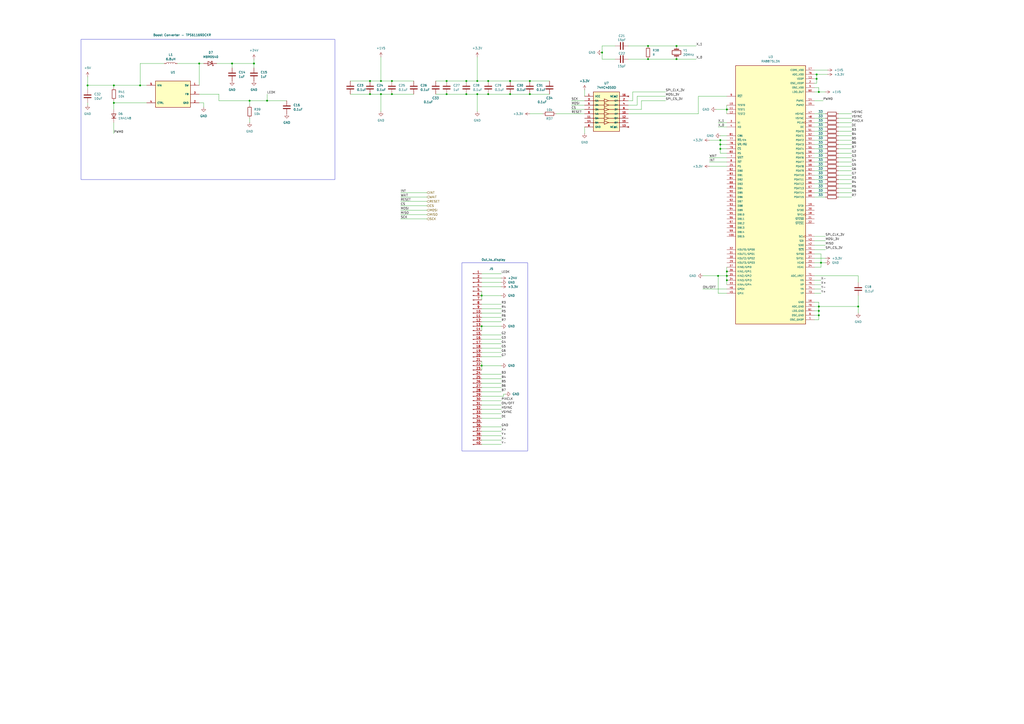
<source format=kicad_sch>
(kicad_sch (version 20250114) (generator "eeschema") (generator_version "9.0")
  (paper "A2")
  (rectangle (start 267.97 152.4) (end 306.07 261.62))
  (rectangle (start 46.99 22.86) (end 194.31 104.14))
  (junction (at 81.28 49.53))
  (junction (at 295.91 54.61))
  (junction (at 134.62 36.83))
  (junction (at 421.64 162.56))
  (junction (at 375.92 26.67))
  (junction (at 283.21 54.61))
  (junction (at 279.4 189.23))
  (junction (at 279.4 212.09))
  (junction (at 283.21 46.99))
  (junction (at 307.34 54.61))
  (junction (at 474.98 182.88))
  (junction (at 473.71 43.18))
  (junction (at 144.78 58.42))
  (junction (at 50.8 49.53))
  (junction (at 220.98 46.99))
  (junction (at 259.08 54.61))
  (junction (at 279.4 171.45))
  (junction (at 307.34 46.99))
  (junction (at 497.84 177.8))
  (junction (at 66.04 59.69))
  (junction (at 276.86 46.99))
  (junction (at 154.94 58.42))
  (junction (at 276.86 54.61))
  (junction (at 295.91 46.99))
  (junction (at 474.98 53.34))
  (junction (at 417.83 81.28))
  (junction (at 474.98 177.8))
  (junction (at 349.25 30.48))
  (junction (at 421.64 63.5))
  (junction (at 214.63 46.99))
  (junction (at 147.32 36.83))
  (junction (at 392.43 26.67))
  (junction (at 227.33 46.99))
  (junction (at 421.64 160.02))
  (junction (at 270.51 46.99))
  (junction (at 417.83 83.82))
  (junction (at 220.98 54.61))
  (junction (at 375.92 34.29))
  (junction (at 417.83 86.36))
  (junction (at 474.98 180.34))
  (junction (at 214.63 54.61))
  (junction (at 392.43 34.29))
  (junction (at 421.64 157.48))
  (junction (at 66.04 49.53))
  (junction (at 259.08 46.99))
  (junction (at 227.33 54.61))
  (junction (at 115.57 36.83))
  (junction (at 476.25 152.4))
  (junction (at 416.56 160.02))
  (junction (at 270.51 54.61))
  (junction (at 473.71 45.72))
  (wire (pts (xy 497.84 160.02) (xy 497.84 163.83)))
  (wire (pts (xy 127 58.42) (xy 144.78 58.42)))
  (wire (pts (xy 486.41 71.12) (xy 494.03 71.12)))
  (wire (pts (xy 472.44 101.6) (xy 478.79 101.6)))
  (wire (pts (xy 486.41 111.76) (xy 494.03 111.76)))
  (wire (pts (xy 279.4 257.81) (xy 290.83 257.81)))
  (wire (pts (xy 416.56 160.02) (xy 407.67 160.02)))
  (wire (pts (xy 364.49 63.5) (xy 372.11 63.5)))
  (wire (pts (xy 270.51 54.61) (xy 276.86 54.61)))
  (wire (pts (xy 259.08 46.99) (xy 270.51 46.99)))
  (wire (pts (xy 472.44 137.16) (xy 478.79 137.16)))
  (wire (pts (xy 364.49 34.29) (xy 375.92 34.29)))
  (wire (pts (xy 472.44 111.76) (xy 478.79 111.76)))
  (wire (pts (xy 405.13 66.04) (xy 405.13 55.88)))
  (wire (pts (xy 472.44 68.58) (xy 478.79 68.58)))
  (wire (pts (xy 386.08 53.34) (xy 367.03 53.34)))
  (wire (pts (xy 416.56 170.18) (xy 416.56 160.02)))
  (wire (pts (xy 147.32 36.83) (xy 147.32 39.37)))
  (wire (pts (xy 472.44 53.34) (xy 474.98 53.34)))
  (wire (pts (xy 421.64 83.82) (xy 417.83 83.82)))
  (wire (pts (xy 473.71 43.18) (xy 480.06 43.18)))
  (wire (pts (xy 472.44 66.04) (xy 478.79 66.04)))
  (wire (pts (xy 486.41 96.52) (xy 494.03 96.52)))
  (wire (pts (xy 472.44 91.44) (xy 478.79 91.44)))
  (wire (pts (xy 474.98 185.42) (xy 474.98 182.88)))
  (wire (pts (xy 472.44 149.86) (xy 478.79 149.86)))
  (wire (pts (xy 279.4 212.09) (xy 290.83 212.09)))
  (wire (pts (xy 472.44 81.28) (xy 478.79 81.28)))
  (wire (pts (xy 279.4 179.07) (xy 290.83 179.07)))
  (wire (pts (xy 50.8 59.69) (xy 50.8 60.96)))
  (wire (pts (xy 356.87 26.67) (xy 349.25 26.67)))
  (wire (pts (xy 279.4 237.49) (xy 290.83 237.49)))
  (wire (pts (xy 411.48 91.44) (xy 421.64 91.44)))
  (wire (pts (xy 279.4 250.19) (xy 290.83 250.19)))
  (wire (pts (xy 472.44 106.68) (xy 478.79 106.68)))
  (wire (pts (xy 472.44 78.74) (xy 478.79 78.74)))
  (wire (pts (xy 369.57 55.88) (xy 386.08 55.88)))
  (wire (pts (xy 81.28 49.53) (xy 85.09 49.53)))
  (wire (pts (xy 276.86 33.02) (xy 276.86 46.99)))
  (wire (pts (xy 66.04 49.53) (xy 81.28 49.53)))
  (wire (pts (xy 472.44 73.66) (xy 478.79 73.66)))
  (wire (pts (xy 375.92 34.29) (xy 392.43 34.29)))
  (wire (pts (xy 102.87 36.83) (xy 115.57 36.83)))
  (wire (pts (xy 421.64 157.48) (xy 421.64 160.02)))
  (wire (pts (xy 486.41 101.6) (xy 494.03 101.6)))
  (wire (pts (xy 472.44 104.14) (xy 478.79 104.14)))
  (wire (pts (xy 476.25 147.32) (xy 476.25 152.4)))
  (wire (pts (xy 203.2 54.61) (xy 214.63 54.61)))
  (wire (pts (xy 486.41 66.04) (xy 494.03 66.04)))
  (wire (pts (xy 497.84 177.8) (xy 497.84 181.61)))
  (wire (pts (xy 486.41 83.82) (xy 494.03 83.82)))
  (wire (pts (xy 232.41 124.46) (xy 247.65 124.46)))
  (wire (pts (xy 279.4 171.45) (xy 279.4 173.99)))
  (wire (pts (xy 154.94 54.61) (xy 154.94 58.42)))
  (wire (pts (xy 279.4 219.71) (xy 290.83 219.71)))
  (wire (pts (xy 416.56 71.12) (xy 421.64 71.12)))
  (wire (pts (xy 497.84 177.8) (xy 497.84 171.45)))
  (wire (pts (xy 279.4 168.91) (xy 279.4 171.45)))
  (wire (pts (xy 472.44 152.4) (xy 476.25 152.4)))
  (wire (pts (xy 227.33 46.99) (xy 240.03 46.99)))
  (wire (pts (xy 276.86 54.61) (xy 283.21 54.61)))
  (wire (pts (xy 472.44 182.88) (xy 474.98 182.88)))
  (wire (pts (xy 415.29 63.5) (xy 421.64 63.5)))
  (wire (pts (xy 66.04 59.69) (xy 66.04 58.42)))
  (wire (pts (xy 486.41 99.06) (xy 494.03 99.06)))
  (wire (pts (xy 279.4 252.73) (xy 290.83 252.73)))
  (wire (pts (xy 279.4 181.61) (xy 290.83 181.61)))
  (wire (pts (xy 279.4 176.53) (xy 290.83 176.53)))
  (wire (pts (xy 472.44 175.26) (xy 474.98 175.26)))
  (wire (pts (xy 276.86 54.61) (xy 276.86 64.77)))
  (wire (pts (xy 307.34 46.99) (xy 318.77 46.99)))
  (wire (pts (xy 417.83 83.82) (xy 417.83 81.28)))
  (wire (pts (xy 472.44 167.64) (xy 476.25 167.64)))
  (wire (pts (xy 372.11 58.42) (xy 386.08 58.42)))
  (wire (pts (xy 81.28 36.83) (xy 81.28 49.53)))
  (wire (pts (xy 279.4 186.69) (xy 290.83 186.69)))
  (wire (pts (xy 472.44 83.82) (xy 478.79 83.82)))
  (wire (pts (xy 421.64 170.18) (xy 416.56 170.18)))
  (wire (pts (xy 279.4 217.17) (xy 290.83 217.17)))
  (wire (pts (xy 279.4 166.37) (xy 290.83 166.37)))
  (wire (pts (xy 392.43 34.29) (xy 403.86 34.29)))
  (wire (pts (xy 220.98 54.61) (xy 220.98 64.77)))
  (wire (pts (xy 276.86 46.99) (xy 283.21 46.99)))
  (wire (pts (xy 279.4 201.93) (xy 290.83 201.93)))
  (wire (pts (xy 472.44 99.06) (xy 478.79 99.06)))
  (wire (pts (xy 473.71 45.72) (xy 473.71 43.18)))
  (wire (pts (xy 472.44 43.18) (xy 473.71 43.18)))
  (wire (pts (xy 472.44 48.26) (xy 473.71 48.26)))
  (wire (pts (xy 472.44 50.8) (xy 474.98 50.8)))
  (wire (pts (xy 220.98 46.99) (xy 227.33 46.99)))
  (wire (pts (xy 127 54.61) (xy 127 58.42)))
  (wire (pts (xy 252.73 54.61) (xy 259.08 54.61)))
  (wire (pts (xy 474.98 177.8) (xy 497.84 177.8)))
  (wire (pts (xy 486.41 88.9) (xy 494.03 88.9)))
  (wire (pts (xy 279.4 207.01) (xy 290.83 207.01)))
  (wire (pts (xy 50.8 44.45) (xy 50.8 49.53)))
  (wire (pts (xy 472.44 40.64) (xy 480.06 40.64)))
  (wire (pts (xy 474.98 175.26) (xy 474.98 177.8)))
  (wire (pts (xy 474.98 180.34) (xy 474.98 177.8)))
  (wire (pts (xy 270.51 46.99) (xy 276.86 46.99)))
  (wire (pts (xy 486.41 73.66) (xy 494.03 73.66)))
  (wire (pts (xy 134.62 36.83) (xy 147.32 36.83)))
  (wire (pts (xy 292.1 229.87) (xy 279.4 229.87)))
  (wire (pts (xy 369.57 60.96) (xy 369.57 55.88)))
  (wire (pts (xy 486.41 81.28) (xy 494.03 81.28)))
  (wire (pts (xy 486.41 91.44) (xy 494.03 91.44)))
  (wire (pts (xy 486.41 76.2) (xy 494.03 76.2)))
  (wire (pts (xy 392.43 26.67) (xy 403.86 26.67)))
  (wire (pts (xy 66.04 50.8) (xy 66.04 49.53)))
  (wire (pts (xy 349.25 34.29) (xy 349.25 30.48)))
  (wire (pts (xy 279.4 232.41) (xy 290.83 232.41)))
  (wire (pts (xy 279.4 161.29) (xy 290.83 161.29)))
  (wire (pts (xy 279.4 163.83) (xy 290.83 163.83)))
  (wire (pts (xy 486.41 109.22) (xy 494.03 109.22)))
  (wire (pts (xy 279.4 242.57) (xy 290.83 242.57)))
  (wire (pts (xy 486.41 78.74) (xy 494.03 78.74)))
  (wire (pts (xy 472.44 142.24) (xy 478.79 142.24)))
  (wire (pts (xy 214.63 46.99) (xy 220.98 46.99)))
  (wire (pts (xy 279.4 171.45) (xy 290.83 171.45)))
  (wire (pts (xy 279.4 204.47) (xy 290.83 204.47)))
  (wire (pts (xy 486.41 68.58) (xy 494.03 68.58)))
  (wire (pts (xy 144.78 58.42) (xy 144.78 60.96)))
  (wire (pts (xy 295.91 46.99) (xy 307.34 46.99)))
  (wire (pts (xy 66.04 71.12) (xy 66.04 77.47)))
  (wire (pts (xy 66.04 59.69) (xy 85.09 59.69)))
  (wire (pts (xy 472.44 177.8) (xy 474.98 177.8)))
  (wire (pts (xy 307.34 66.04) (xy 314.96 66.04)))
  (wire (pts (xy 115.57 36.83) (xy 115.57 49.53)))
  (wire (pts (xy 411.48 81.28) (xy 417.83 81.28)))
  (wire (pts (xy 147.32 34.29) (xy 147.32 36.83)))
  (wire (pts (xy 259.08 54.61) (xy 270.51 54.61)))
  (wire (pts (xy 472.44 162.56) (xy 476.25 162.56)))
  (wire (pts (xy 472.44 58.42) (xy 477.52 58.42)))
  (wire (pts (xy 472.44 114.3) (xy 478.79 114.3)))
  (wire (pts (xy 421.64 162.56) (xy 421.64 165.1)))
  (wire (pts (xy 405.13 55.88) (xy 421.64 55.88)))
  (wire (pts (xy 472.44 160.02) (xy 497.84 160.02)))
  (wire (pts (xy 474.98 53.34) (xy 478.79 53.34)))
  (wire (pts (xy 416.56 160.02) (xy 421.64 160.02)))
  (wire (pts (xy 279.4 196.85) (xy 290.83 196.85)))
  (wire (pts (xy 472.44 45.72) (xy 473.71 45.72)))
  (wire (pts (xy 421.64 60.96) (xy 421.64 63.5)))
  (wire (pts (xy 474.98 50.8) (xy 474.98 53.34)))
  (wire (pts (xy 279.4 189.23) (xy 290.83 189.23)))
  (wire (pts (xy 279.4 224.79) (xy 290.83 224.79)))
  (wire (pts (xy 421.64 160.02) (xy 421.64 162.56)))
  (wire (pts (xy 279.4 184.15) (xy 290.83 184.15)))
  (wire (pts (xy 417.83 88.9) (xy 417.83 86.36)))
  (wire (pts (xy 411.48 96.52) (xy 421.64 96.52)))
  (wire (pts (xy 472.44 86.36) (xy 478.79 86.36)))
  (wire (pts (xy 421.64 154.94) (xy 421.64 157.48)))
  (wire (pts (xy 279.4 189.23) (xy 279.4 191.77)))
  (wire (pts (xy 472.44 170.18) (xy 476.25 170.18)))
  (wire (pts (xy 476.25 154.94) (xy 476.25 152.4)))
  (wire (pts (xy 203.2 46.99) (xy 214.63 46.99)))
  (wire (pts (xy 232.41 116.84) (xy 247.65 116.84)))
  (wire (pts (xy 227.33 54.61) (xy 240.03 54.61)))
  (wire (pts (xy 279.4 227.33) (xy 290.83 227.33)))
  (wire (pts (xy 115.57 59.69) (xy 118.11 59.69)))
  (wire (pts (xy 474.98 182.88) (xy 474.98 180.34)))
  (wire (pts (xy 472.44 93.98) (xy 478.79 93.98)))
  (wire (pts (xy 486.41 104.14) (xy 494.03 104.14)))
  (wire (pts (xy 364.49 60.96) (xy 369.57 60.96)))
  (wire (pts (xy 50.8 49.53) (xy 50.8 52.07)))
  (wire (pts (xy 134.62 36.83) (xy 134.62 39.37)))
  (wire (pts (xy 295.91 54.61) (xy 307.34 54.61)))
  (wire (pts (xy 279.4 247.65) (xy 290.83 247.65)))
  (wire (pts (xy 486.41 86.36) (xy 494.03 86.36)))
  (wire (pts (xy 232.41 121.92) (xy 247.65 121.92)))
  (wire (pts (xy 220.98 54.61) (xy 227.33 54.61)))
  (wire (pts (xy 472.44 88.9) (xy 478.79 88.9)))
  (wire (pts (xy 292.1 228.6) (xy 292.1 229.87)))
  (wire (pts (xy 472.44 185.42) (xy 474.98 185.42)))
  (wire (pts (xy 144.78 68.58) (xy 144.78 71.12)))
  (wire (pts (xy 364.49 26.67) (xy 375.92 26.67)))
  (wire (pts (xy 472.44 96.52) (xy 478.79 96.52)))
  (wire (pts (xy 407.67 167.64) (xy 421.64 167.64)))
  (wire (pts (xy 144.78 58.42) (xy 154.94 58.42)))
  (wire (pts (xy 372.11 63.5) (xy 372.11 58.42)))
  (wire (pts (xy 476.25 152.4) (xy 478.79 152.4)))
  (wire (pts (xy 331.47 63.5) (xy 339.09 63.5)))
  (wire (pts (xy 279.4 234.95) (xy 290.83 234.95)))
  (wire (pts (xy 232.41 127) (xy 247.65 127)))
  (wire (pts (xy 118.11 59.69) (xy 118.11 62.23)))
  (wire (pts (xy 279.4 255.27) (xy 290.83 255.27)))
  (wire (pts (xy 417.83 81.28) (xy 421.64 81.28)))
  (wire (pts (xy 283.21 54.61) (xy 295.91 54.61)))
  (wire (pts (xy 356.87 34.29) (xy 349.25 34.29)))
  (wire (pts (xy 473.71 48.26) (xy 473.71 45.72)))
  (wire (pts (xy 472.44 139.7) (xy 478.79 139.7)))
  (wire (pts (xy 115.57 36.83) (xy 118.11 36.83)))
  (wire (pts (xy 375.92 26.67) (xy 392.43 26.67)))
  (wire (pts (xy 472.44 165.1) (xy 476.25 165.1)))
  (wire (pts (xy 486.41 114.3) (xy 494.03 114.3)))
  (wire (pts (xy 472.44 109.22) (xy 478.79 109.22)))
  (wire (pts (xy 232.41 114.3) (xy 247.65 114.3)))
  (wire (pts (xy 279.4 212.09) (xy 279.4 214.63)))
  (wire (pts (xy 472.44 144.78) (xy 478.79 144.78)))
  (wire (pts (xy 339.09 52.07) (xy 339.09 55.88)))
  (wire (pts (xy 292.1 228.6) (xy 293.37 228.6)))
  (wire (pts (xy 307.34 54.61) (xy 318.77 54.61)))
  (wire (pts (xy 66.04 59.69) (xy 66.04 63.5)))
  (wire (pts (xy 472.44 154.94) (xy 476.25 154.94)))
  (wire (pts (xy 214.63 54.61) (xy 220.98 54.61)))
  (wire (pts (xy 417.83 78.74) (xy 421.64 78.74)))
  (wire (pts (xy 279.4 158.75) (xy 290.83 158.75)))
  (wire (pts (xy 417.83 86.36) (xy 417.83 83.82)))
  (wire (pts (xy 367.03 53.34) (xy 367.03 58.42)))
  (wire (pts (xy 486.41 106.68) (xy 494.03 106.68)))
  (wire (pts (xy 115.57 54.61) (xy 127 54.61)))
  (wire (pts (xy 279.4 199.39) (xy 290.83 199.39)))
  (wire (pts (xy 486.41 93.98) (xy 494.03 93.98)))
  (wire (pts (xy 81.28 36.83) (xy 95.25 36.83)))
  (wire (pts (xy 279.4 222.25) (xy 290.83 222.25)))
  (wire (pts (xy 416.56 73.66) (xy 421.64 73.66)))
  (wire (pts (xy 364.49 66.04) (xy 405.13 66.04)))
  (wire (pts (xy 252.73 46.99) (xy 259.08 46.99)))
  (wire (pts (xy 125.73 36.83) (xy 134.62 36.83)))
  (wire (pts (xy 421.64 88.9) (xy 417.83 88.9)))
  (wire (pts (xy 472.44 147.32) (xy 476.25 147.32)))
  (wire (pts (xy 421.64 63.5) (xy 421.64 66.04)))
  (wire (pts (xy 50.8 49.53) (xy 66.04 49.53)))
  (wire (pts (xy 421.64 86.36) (xy 417.83 86.36)))
  (wire (pts (xy 349.25 26.67) (xy 349.25 30.48)))
  (wire (pts (xy 339.09 73.66) (xy 339.09 77.47)))
  (wire (pts (xy 220.98 33.02) (xy 220.98 46.99)))
  (wire (pts (xy 331.47 60.96) (xy 339.09 60.96)))
  (wire (pts (xy 279.4 240.03) (xy 290.83 240.03)))
  (wire (pts (xy 232.41 119.38) (xy 247.65 119.38)))
  (wire (pts (xy 232.41 111.76) (xy 247.65 111.76)))
  (wire (pts (xy 283.21 46.99) (xy 295.91 46.99)))
  (wire (pts (xy 331.47 58.42) (xy 339.09 58.42)))
  (wire (pts (xy 472.44 180.34) (xy 474.98 180.34)))
  (wire (pts (xy 154.94 58.42) (xy 166.37 58.42)))
  (wire (pts (xy 279.4 209.55) (xy 279.4 212.09)))
  (wire (pts (xy 279.4 194.31) (xy 290.83 194.31)))
  (wire (pts (xy 411.48 93.98) (xy 421.64 93.98)))
  (wire (pts (xy 367.03 58.42) (xy 364.49 58.42)))
  (wire (pts (xy 472.44 76.2) (xy 478.79 76.2)))
  (wire (pts (xy 322.58 66.04) (xy 339.09 66.04)))
  (wire (pts (xy 472.44 71.12) (xy 478.79 71.12)))
  (label "B3" (at 290.83 217.17 0))
  (label "B3" (at 494.03 76.2 0))
  (label "HSYNC" (at 494.03 66.04 0))
  (label "MOSI" (at 331.47 60.96 0))
  (label "B6" (at 494.03 83.82 0))
  (label "R6" (at 290.83 184.15 0))
  (label "X+" (at 290.83 250.19 0))
  (label "ON{slash}OFF" (at 290.83 234.95 0))
  (label "R6" (at 494.03 111.76 0))
  (label "X_0" (at 403.86 34.29 0))
  (label "Y-" (at 476.25 167.64 0))
  (label "X_1" (at 416.56 71.12 0))
  (label "G7" (at 494.03 101.6 0))
  (label "DE" (at 494.03 73.66 0))
  (label "SPI_CLK_3V" (at 478.79 137.16 0))
  (label "HSYNC" (at 290.83 237.49 0))
  (label "MOSI_3V" (at 386.08 55.88 0))
  (label "G7" (at 290.83 207.01 0))
  (label "Y+" (at 476.25 170.18 0))
  (label "CS" (at 331.47 63.5 0))
  (label "PIXCLK" (at 290.83 232.41 0))
  (label "X_0" (at 416.56 73.66 0))
  (label "ON{slash}OFF" (at 407.67 167.64 0))
  (label "GND" (at 290.83 247.65 0))
  (label "MISO" (at 232.41 124.46 0))
  (label "R3" (at 494.03 104.14 0))
  (label "WAIT" (at 232.41 114.3 0))
  (label "MISO" (at 478.79 142.24 0))
  (label "SPI_CS_3V" (at 386.08 58.42 0))
  (label "PIXCLK" (at 494.03 71.12 0))
  (label "WAIT" (at 411.48 91.44 0))
  (label "G4" (at 290.83 199.39 0))
  (label "SCK" (at 232.41 127 0))
  (label "G6" (at 290.83 204.47 0))
  (label "B5" (at 494.03 81.28 0))
  (label "PWM0" (at 66.04 77.47 0))
  (label "VSYNC" (at 494.03 68.58 0))
  (label "R3" (at 290.83 176.53 0))
  (label "RESET" (at 232.41 116.84 0))
  (label "R7" (at 494.03 114.3 0))
  (label "Y+" (at 290.83 252.73 0))
  (label "X-" (at 476.25 162.56 0))
  (label "R4" (at 290.83 179.07 0))
  (label "INT" (at 411.48 93.98 0))
  (label "INT" (at 232.41 111.76 0))
  (label "MOSI_3V" (at 478.79 139.7 0))
  (label "G3" (at 494.03 91.44 0))
  (label "SCK" (at 331.47 58.42 0))
  (label "X+" (at 476.25 165.1 0))
  (label "R7" (at 290.83 186.69 0))
  (label "MOSI" (at 232.41 121.92 0))
  (label "B6" (at 290.83 224.79 0))
  (label "DE" (at 290.83 242.57 0))
  (label "SPI_CLK_3V" (at 386.08 53.34 0))
  (label "R5" (at 290.83 181.61 0))
  (label "X_1" (at 403.86 26.67 0))
  (label "VSYNC" (at 290.83 240.03 0))
  (label "B4" (at 494.03 78.74 0))
  (label "R5" (at 494.03 109.22 0))
  (label "G5" (at 290.83 201.93 0))
  (label "LEDK" (at 290.83 158.75 0))
  (label "B7" (at 494.03 86.36 0))
  (label "G2" (at 290.83 194.31 0))
  (label "G4" (at 494.03 93.98 0))
  (label "R4" (at 494.03 106.68 0))
  (label "PWM0" (at 477.52 58.42 0))
  (label "G6" (at 494.03 99.06 0))
  (label "G3" (at 290.83 196.85 0))
  (label "G5" (at 494.03 96.52 0))
  (label "G2" (at 494.03 88.9 0))
  (label "B5" (at 290.83 222.25 0))
  (label "X-" (at 290.83 255.27 0))
  (label "B7" (at 290.83 227.33 0))
  (label "RESET" (at 331.47 66.04 0))
  (label "CS" (at 232.41 119.38 0))
  (label "B4" (at 290.83 219.71 0))
  (label "LEDK" (at 154.94 54.61 0))
  (label "SPI_CS_3V" (at 478.79 144.78 0))
  (label "Y-" (at 290.83 257.81 0))
  (hierarchical_label "INT" (shape input) (at 247.65 111.76 0))
  (hierarchical_label "MOSI" (shape input) (at 247.65 121.92 0))
  (hierarchical_label "MISO" (shape input) (at 247.65 124.46 0))
  (hierarchical_label "CS" (shape input) (at 247.65 119.38 0))
  (hierarchical_label "SCK" (shape input) (at 247.65 127 0))
  (hierarchical_label "RESET" (shape input) (at 247.65 116.84 0))
  (hierarchical_label "WAIT" (shape input) (at 247.65 114.3 0))
  (symbol (lib_id "power:GND") (at 50.8 60.96 0) (unit 1)
    (property "Reference" "#PWR0104" (effects (hide yes)))
    (property "Value" "GND" (at 50.8 66.04 0))
    (property "Description" "Power symbol creates a global label with name \"GND\" , ground" (effects (hide yes)))
  )
  (symbol (lib_id "Device:R") (at 482.6 76.2 90) (unit 1)
    (property "Reference" "R17" (effects (hide yes)))
    (property "Value" "33" (at 475.996 74.93 90))
    (property "Footprint" "Resistor_SMD:R_0402_1005Metric_Pad0.72x0.64mm_HandSolder" (effects (hide yes)))
    (property "Description" "Resistor" (effects (hide yes)))
  )
  (symbol (lib_id "power:GND") (at 144.78 71.12 0) (unit 1)
    (property "Reference" "#PWR036" (effects (hide yes)))
    (property "Value" "GND" (at 144.78 76.2 0))
    (property "Description" "Power symbol creates a global label with name \"GND\" , ground" (effects (hide yes)))
  )
  (symbol (lib_id "Device:R") (at 482.6 83.82 90) (unit 1)
    (property "Reference" "R19" (effects (hide yes)))
    (property "Value" "33" (at 475.996 82.55 90))
    (property "Footprint" "Resistor_SMD:R_0402_1005Metric_Pad0.72x0.64mm_HandSolder" (effects (hide yes)))
    (property "Description" "Resistor" (effects (hide yes)))
  )
  (symbol (lib_id "power:GND") (at 166.37 66.04 0) (unit 1)
    (property "Reference" "#PWR035" (effects (hide yes)))
    (property "Value" "GND" (at 166.37 71.12 0))
    (property "Description" "Power symbol creates a global label with name \"GND\" , ground" (effects (hide yes)))
  )
  (symbol (lib_id "Device:C") (at 166.37 62.23 0) (unit 1)
    (property "Reference" "C16" (at 170.18 60.9599 0) (effects (justify left)))
    (property "Value" "0.1uF" (at 170.18 63.4999 0) (effects (justify left)))
    (property "Footprint" "Capacitor_SMD:C_0805_2012Metric" (effects (hide yes)))
    (property "Description" "Unpolarized capacitor" (effects (hide yes)))
  )
  (symbol (lib_id "Device:R") (at 482.6 68.58 90) (unit 1)
    (property "Reference" "R34" (effects (hide yes)))
    (property "Value" "33" (at 475.996 67.31 90))
    (property "Footprint" "Resistor_SMD:R_0402_1005Metric_Pad0.72x0.64mm_HandSolder" (effects (hide yes)))
    (property "Description" "Resistor" (effects (hide yes)))
  )
  (symbol (lib_id "power:GND") (at 290.83 163.83 90) (unit 1)
    (property "Reference" "#PWR056" (effects (hide yes)))
    (property "Value" "GND" (at 294.64 163.8299 90) (effects (justify right)))
    (property "Description" "Power symbol creates a global label with name \"GND\" , ground" (effects (hide yes)))
  )
  (symbol (lib_id "Device:C") (at 318.77 50.8 0) (unit 1)
    (property "Reference" "C34" (at 316.738 56.896 0) (effects (justify left)))
    (property "Value" "0.1uF" (at 317.246 59.182 0) (effects (justify right)))
    (property "Footprint" "Capacitor_SMD:C_0805_2012Metric" (effects (hide yes)))
    (property "Description" "Unpolarized capacitor" (effects (hide yes)))
  )
  (symbol (lib_id "74HC4050D:74HC4050D") (at 351.79 64.77 0) (unit 1)
    (property "Reference" "U7" (at 351.79 48.26 0))
    (property "Value" "74HC4050D" (at 351.79 50.8 0))
    (property "Footprint" "74HC4050:SO16" (effects (hide yes)))
    (property "MF" "Toshiba" (effects (hide yes)))
    (property "Description_1" "Buffer, Non-Inverting 6 Element 1 Bit per Element - Output 16-SOIC" (effects (hide yes)))
    (property "Package" "SOIC-16 ON Semiconductor" (effects (hide yes)))
    (property "Price" "None" (effects (hide yes)))
    (property "SnapEDA_Link" "https://www.snapeda.com/parts/74HC4050D/Toshiba/view-part/?ref=snap" (effects (hide yes)))
    (property "MP" "74HC4050D" (effects (hide yes)))
    (property "Availability" "In Stock" (effects (hide yes)))
    (property "Check_prices" "https://www.snapeda.com/parts/74HC4050D/Toshiba/view-part/?ref=eda" (effects (hide yes)))
  )
  (symbol (lib_id "Device:C") (at 240.03 50.8 0) (unit 1)
    (property "Reference" "C26" (at 243.84 49.5299 0) (effects (justify left)))
    (property "Value" "0.1uF" (at 243.84 52.0699 0) (effects (justify left)))
    (property "Footprint" "Capacitor_SMD:C_0805_2012Metric" (effects (hide yes)))
    (property "Description" "Unpolarized capacitor" (effects (hide yes)))
  )
  (symbol (lib_id "Device:R") (at 482.6 73.66 90) (unit 1)
    (property "Reference" "R36" (effects (hide yes)))
    (property "Value" "33" (at 475.996 72.39 90))
    (property "Footprint" "Resistor_SMD:R_0402_1005Metric_Pad0.72x0.64mm_HandSolder" (effects (hide yes)))
    (property "Description" "Resistor" (effects (hide yes)))
  )
  (symbol (lib_id "Device:R") (at 482.6 88.9 90) (unit 1)
    (property "Reference" "R22" (effects (hide yes)))
    (property "Value" "33" (at 475.996 87.63 90))
    (property "Footprint" "Resistor_SMD:R_0402_1005Metric_Pad0.72x0.64mm_HandSolder" (effects (hide yes)))
    (property "Description" "Resistor" (effects (hide yes)))
  )
  (symbol (lib_id "power:GND") (at 478.79 152.4 90) (unit 1)
    (property "Reference" "#PWR047" (effects (hide yes)))
    (property "Value" "GND" (at 482.6 152.3999 90) (effects (justify right)))
    (property "Description" "Power symbol creates a global label with name \"GND\" , ground" (effects (hide yes)))
  )
  (symbol (lib_id "power:+3.3V") (at 290.83 166.37 270) (unit 1)
    (property "Reference" "#PWR057" (effects (hide yes)))
    (property "Value" "+3.3V" (at 294.64 166.3699 90) (effects (justify left)))
    (property "Description" "Power symbol creates a global label with name \"+3.3V\"" (effects (hide yes)))
  )
  (symbol (lib_id "Device:C") (at 214.63 50.8 0) (unit 1)
    (property "Reference" "C24" (at 218.44 49.5299 0) (effects (justify left)))
    (property "Value" "0.1uF" (at 218.44 52.0699 0) (effects (justify left)))
    (property "Footprint" "Capacitor_SMD:C_0805_2012Metric" (effects (hide yes)))
    (property "Description" "Unpolarized capacitor" (effects (hide yes)))
  )
  (symbol (lib_id "power:GND") (at 339.09 77.47 0) (unit 1)
    (property "Reference" "#PWR045" (effects (hide yes)))
    (property "Value" "GND" (at 339.09 82.55 0))
    (property "Description" "Power symbol creates a global label with name \"GND\" , ground" (effects (hide yes)))
  )
  (symbol (lib_id "Device:C") (at 147.32 43.18 0) (unit 1)
    (property "Reference" "C15" (at 151.13 41.9099 0) (effects (justify left)))
    (property "Value" "1uF" (at 151.13 44.4499 0) (effects (justify left)))
    (property "Footprint" "Capacitor_SMD:C_0805_2012Metric" (effects (hide yes)))
    (property "Description" "Unpolarized capacitor" (effects (hide yes)))
  )
  (symbol (lib_id "power:+3.3V") (at 478.79 149.86 270) (unit 1)
    (property "Reference" "#PWR048" (effects (hide yes)))
    (property "Value" "+3.3V" (at 482.6 149.8599 90) (effects (justify left)))
    (property "Description" "Power symbol creates a global label with name \"+3.3V\"" (effects (hide yes)))
  )
  (symbol (lib_id "Device:R") (at 482.6 71.12 90) (unit 1)
    (property "Reference" "R35" (effects (hide yes)))
    (property "Value" "33" (at 475.996 69.85 90))
    (property "Footprint" "Resistor_SMD:R_0402_1005Metric_Pad0.72x0.64mm_HandSolder" (effects (hide yes)))
    (property "Description" "Resistor" (effects (hide yes)))
  )
  (symbol (lib_id "Device:C") (at 497.84 167.64 0) (unit 1)
    (property "Reference" "C18" (at 501.65 166.3699 0) (effects (justify left)))
    (property "Value" "0.1uF" (at 501.65 168.9099 0) (effects (justify left)))
    (property "Footprint" "Capacitor_SMD:C_0805_2012Metric" (effects (hide yes)))
    (property "Description" "Unpolarized capacitor" (effects (hide yes)))
  )
  (symbol (lib_id "RA8875L3N:RA8875L3N") (at 447.04 114.3 0) (unit 1)
    (property "Reference" "U3" (at 447.04 33.02 0))
    (property "Value" "RA8875L3N" (at 447.04 35.56 0))
    (property "Footprint" "ra8875:RA8875" (effects (hide yes)))
    (property "E1_MIN" "13.9" (effects (hide yes)))
    (property "B_NOM" "0.2" (effects (hide yes)))
    (property "D1_NOM" "14.0" (effects (hide yes)))
    (property "E1_NOM" "14.0" (effects (hide yes)))
    (property "A_MAX" "1.6" (effects (hide yes)))
    (property "Check_prices" "https://www.snapeda.com/parts/RA8875L3N/Raio/view-part/?ref=eda" (effects (hide yes)))
    (property "B_MAX" "0.23" (effects (hide yes)))
    (property "Description_1" "Character/Graphic TFT LCD Controller" (effects (hide yes)))
    (property "Price" "None" (effects (hide yes)))
    (property "ENOM" "0.5" (effects (hide yes)))
    (property "D_NOM" "16.0" (effects (hide yes)))
    (property "D_MAX" "16.1" (effects (hide yes)))
    (property "L_MAX" "0.75" (effects (hide yes)))
    (property "D1_MAX" "14.1" (effects (hide yes)))
    (property "Package" "Package" (effects (hide yes)))
    (property "D1_MIN" "13.9" (effects (hide yes)))
    (property "E2_NOM" "0.0" (effects (hide yes)))
    (property "D2_NOM" "0.0" (effects (hide yes)))
    (property "PARTREV" "1.9" (effects (hide yes)))
    (property "SnapEDA_Link" "https://www.snapeda.com/parts/RA8875L3N/Raio/view-part/?ref=snap" (effects (hide yes)))
    (property "E_NOM" "16.0" (effects (hide yes)))
    (property "B_MIN" "0.17" (effects (hide yes)))
    (property "STANDARD" "IPC 7351B" (effects (hide yes)))
    (property "L_NOM" "0.6" (effects (hide yes)))
    (property "MANUFACTURER" "RAIO" (effects (hide yes)))
    (property "MF" "Raio" (effects (hide yes)))
    (property "A1_MIN" "0.05" (effects (hide yes)))
    (property "E1_MAX" "14.1" (effects (hide yes)))
    (property "PIN_COUNT_E" "25.0" (effects (hide yes)))
    (property "PIN_COUNT_D" "25.0" (effects (hide yes)))
    (property "E_MIN" "15.9" (effects (hide yes)))
    (property "D_MIN" "15.9" (effects (hide yes)))
    (property "MP" "RA8875L3N" (effects (hide yes)))
    (property "L_MIN" "0.45" (effects (hide yes)))
    (property "Availability" "Not in stock" (effects (hide yes)))
    (property "E_MAX" "16.1" (effects (hide yes)))
  )
  (symbol (lib_id "power:+3.3V") (at 411.48 81.28 90) (unit 1)
    (property "Reference" "#PWR050" (effects (hide yes)))
    (property "Value" "+3.3V" (at 407.67 81.2799 90) (effects (justify left)))
    (property "Description" "Power symbol creates a global label with name \"+3.3V\"" (effects (hide yes)))
  )
  (symbol (lib_id "power:+24V") (at 147.32 34.29 0) (unit 1)
    (property "Reference" "#PWR0106" (effects (hide yes)))
    (property "Value" "+24V" (at 147.32 29.21 0))
    (property "Description" "Power symbol creates a global label with name \"+24V\"" (effects (hide yes)))
  )
  (symbol (lib_id "power:+24V") (at 290.83 161.29 270) (unit 1)
    (property "Reference" "#PWR055" (effects (hide yes)))
    (property "Value" "+24V" (at 294.64 161.2899 90) (effects (justify left)))
    (property "Description" "Power symbol creates a global label with name \"+24V\"" (effects (hide yes)))
  )
  (symbol (lib_id "Connector:Conn_01x40_Pin") (at 274.32 207.01 0) (unit 1)
    (property "Reference" "J5" (at 284.988 155.956 0))
    (property "Value" "Out_to_display" (at 286.258 150.622 0))
    (property "Footprint" "Connector_FFC-FPC:Hirose_FH12-40S-0.5SH_1x40-1MP_P0.50mm_Horizontal" (effects (hide yes)))
    (property "Description" "Generic connector, single row, 01x40, script generated" (effects (hide yes)))
  )
  (symbol (lib_id "Device:C") (at 283.21 50.8 0) (unit 1)
    (property "Reference" "C29" (at 287.02 49.5299 0) (effects (justify left)))
    (property "Value" "0.1uF" (at 287.02 52.0699 0) (effects (justify left)))
    (property "Footprint" "Capacitor_SMD:C_0805_2012Metric" (effects (hide yes)))
    (property "Description" "Unpolarized capacitor" (effects (hide yes)))
  )
  (symbol (lib_id "Device:R") (at 482.6 81.28 90) (unit 1)
    (property "Reference" "R18" (effects (hide yes)))
    (property "Value" "33" (at 475.996 80.01 90))
    (property "Footprint" "Resistor_SMD:R_0402_1005Metric_Pad0.72x0.64mm_HandSolder" (effects (hide yes)))
    (property "Description" "Resistor" (effects (hide yes)))
  )
  (symbol (lib_id "Device:C") (at 203.2 50.8 0) (unit 1)
    (property "Reference" "C23" (at 207.01 49.5299 0) (effects (justify left)))
    (property "Value" "0.1uF" (at 207.01 52.0699 0) (effects (justify left)))
    (property "Footprint" "Capacitor_SMD:C_0805_2012Metric" (effects (hide yes)))
    (property "Description" "Unpolarized capacitor" (effects (hide yes)))
  )
  (symbol (lib_id "power:+3.3V") (at 339.09 52.07 0) (unit 1)
    (property "Reference" "#PWR046" (effects (hide yes)))
    (property "Value" "+3.3V" (at 339.09 46.99 0))
    (property "Description" "Power symbol creates a global label with name \"+3.3V\"" (effects (hide yes)))
  )
  (symbol (lib_id "power:GND") (at 417.83 78.74 270) (unit 1)
    (property "Reference" "#PWR052" (effects (hide yes)))
    (property "Value" "GND" (at 414.02 78.7399 90) (effects (justify right)))
    (property "Description" "Power symbol creates a global label with name \"GND\" , ground" (effects (hide yes)))
  )
  (symbol (lib_id "Device:R") (at 482.6 106.68 90) (unit 1)
    (property "Reference" "R29" (effects (hide yes)))
    (property "Value" "33" (at 475.996 105.41 90))
    (property "Footprint" "Resistor_SMD:R_0402_1005Metric_Pad0.72x0.64mm_HandSolder" (effects (hide yes)))
    (property "Description" "Resistor" (effects (hide yes)))
  )
  (symbol (lib_id "Device:C") (at 360.68 34.29 90) (unit 1)
    (property "Reference" "C22" (at 360.68 30.988 90))
    (property "Value" "15pF" (at 360.68 38.354 90))
    (property "Footprint" "Capacitor_SMD:C_0805_2012Metric" (effects (hide yes)))
    (property "Description" "Unpolarized capacitor" (effects (hide yes)))
  )
  (symbol (lib_id "Device:C") (at 134.62 43.18 0) (unit 1)
    (property "Reference" "C14" (at 138.43 41.9099 0) (effects (justify left)))
    (property "Value" "1uF" (at 138.43 44.4499 0) (effects (justify left)))
    (property "Footprint" "Capacitor_SMD:C_0805_2012Metric" (effects (hide yes)))
    (property "Description" "Unpolarized capacitor" (effects (hide yes)))
  )
  (symbol (lib_id "Device:R") (at 482.6 104.14 90) (unit 1)
    (property "Reference" "R28" (effects (hide yes)))
    (property "Value" "33" (at 475.996 102.87 90))
    (property "Footprint" "Resistor_SMD:R_0402_1005Metric_Pad0.72x0.64mm_HandSolder" (effects (hide yes)))
    (property "Description" "Resistor" (effects (hide yes)))
  )
  (symbol (lib_id "Device:C") (at 295.91 50.8 0) (unit 1)
    (property "Reference" "C30" (at 299.72 49.5299 0) (effects (justify left)))
    (property "Value" "0.1uF" (at 299.72 52.0699 0) (effects (justify left)))
    (property "Footprint" "Capacitor_SMD:C_0805_2012Metric" (effects (hide yes)))
    (property "Description" "Unpolarized capacitor" (effects (hide yes)))
  )
  (symbol (lib_id "power:+3.3V") (at 307.34 66.04 90) (unit 1)
    (property "Reference" "#PWR044" (effects (hide yes)))
    (property "Value" "+3.3V" (at 303.53 66.0399 90) (effects (justify left)))
    (property "Description" "Power symbol creates a global label with name \"+3.3V\"" (effects (hide yes)))
  )
  (symbol (lib_id "Device:C") (at 360.68 26.67 90) (unit 1)
    (property "Reference" "C21" (at 360.68 20.828 90))
    (property "Value" "15pF" (at 360.68 23.114 90))
    (property "Footprint" "Capacitor_SMD:C_0805_2012Metric" (effects (hide yes)))
    (property "Description" "Unpolarized capacitor" (effects (hide yes)))
  )
  (symbol (lib_id "Device:R") (at 318.77 66.04 270) (unit 1)
    (property "Reference" "R37" (at 318.77 68.834 90))
    (property "Value" "10k" (at 318.77 63.754 90))
    (property "Footprint" "Resistor_SMD:R_0805_2012Metric" (effects (hide yes)))
    (property "Description" "Resistor" (effects (hide yes)))
  )
  (symbol (lib_id "Device:R") (at 482.6 96.52 90) (unit 1)
    (property "Reference" "R25" (effects (hide yes)))
    (property "Value" "33" (at 475.996 95.25 90))
    (property "Footprint" "Resistor_SMD:R_0402_1005Metric_Pad0.72x0.64mm_HandSolder" (effects (hide yes)))
    (property "Description" "Resistor" (effects (hide yes)))
  )
  (symbol (lib_id "Device:R") (at 482.6 109.22 90) (unit 1)
    (property "Reference" "R30" (effects (hide yes)))
    (property "Value" "33" (at 475.996 107.95 90))
    (property "Footprint" "Resistor_SMD:R_0402_1005Metric_Pad0.72x0.64mm_HandSolder" (effects (hide yes)))
    (property "Description" "Resistor" (effects (hide yes)))
  )
  (symbol (lib_id "Device:C") (at 307.34 50.8 0) (unit 1)
    (property "Reference" "C31" (at 311.15 49.5299 0) (effects (justify left)))
    (property "Value" "0.1uF" (at 311.15 52.0699 0) (effects (justify left)))
    (property "Footprint" "Capacitor_SMD:C_0805_2012Metric" (effects (hide yes)))
    (property "Description" "Unpolarized capacitor" (effects (hide yes)))
  )
  (symbol (lib_id "Device:R") (at 482.6 86.36 90) (unit 1)
    (property "Reference" "R21" (effects (hide yes)))
    (property "Value" "33" (at 475.996 85.09 90))
    (property "Footprint" "Resistor_SMD:R_0402_1005Metric_Pad0.72x0.64mm_HandSolder" (effects (hide yes)))
    (property "Description" "Resistor" (effects (hide yes)))
  )
  (symbol (lib_id "power:GND") (at 415.29 63.5 270) (unit 1)
    (property "Reference" "#PWR043" (effects (hide yes)))
    (property "Value" "GND" (at 411.48 63.4999 90) (effects (justify right)))
    (property "Description" "Power symbol creates a global label with name \"GND\" , ground" (effects (hide yes)))
  )
  (symbol (lib_id "Device:R") (at 375.92 30.48 0) (unit 1)
    (property "Reference" "R38" (at 378.46 29.2099 0) (effects (justify left)))
    (property "Value" "R" (at 378.46 31.7499 0) (effects (justify left)))
    (property "Footprint" "Resistor_SMD:R_0805_2012Metric" (effects (hide yes)))
    (property "Description" "Resistor" (effects (hide yes)))
  )
  (symbol (lib_id "Device:R") (at 482.6 114.3 90) (unit 1)
    (property "Reference" "R32" (effects (hide yes)))
    (property "Value" "33" (at 475.996 113.03 90))
    (property "Footprint" "Resistor_SMD:R_0402_1005Metric_Pad0.72x0.64mm_HandSolder" (effects (hide yes)))
    (property "Description" "Resistor" (effects (hide yes)))
  )
  (symbol (lib_id "power:+3.3V") (at 276.86 33.02 0) (unit 1)
    (property "Reference" "#PWR062" (effects (hide yes)))
    (property "Value" "+3.3V" (at 276.86 27.94 0))
    (property "Description" "Power symbol creates a global label with name \"+3.3V\"" (effects (hide yes)))
  )
  (symbol (lib_id "Device:C") (at 259.08 50.8 0) (unit 1)
    (property "Reference" "C27" (at 262.89 49.5299 0) (effects (justify left)))
    (property "Value" "1uF" (at 262.89 52.0699 0) (effects (justify left)))
    (property "Footprint" "Capacitor_SMD:C_0805_2012Metric" (effects (hide yes)))
    (property "Description" "Unpolarized capacitor" (effects (hide yes)))
  )
  (symbol (lib_id "power:GND") (at 147.32 46.99 0) (unit 1)
    (property "Reference" "#PWR0107" (effects (hide yes)))
    (property "Value" "GND" (at 147.32 52.07 0))
    (property "Description" "Power symbol creates a global label with name \"GND\" , ground" (effects (hide yes)))
  )
  (symbol (lib_id "power:GND") (at 118.11 62.23 0) (unit 1)
    (property "Reference" "#PWR0108" (effects (hide yes)))
    (property "Value" "GND" (at 118.11 67.31 0))
    (property "Description" "Power symbol creates a global label with name \"GND\" , ground" (effects (hide yes)))
  )
  (symbol (lib_id "power:+3.3V") (at 411.48 96.52 90) (unit 1)
    (property "Reference" "#PWR051" (effects (hide yes)))
    (property "Value" "+3.3V" (at 407.67 96.5199 90) (effects (justify left)))
    (property "Description" "Power symbol creates a global label with name \"+3.3V\"" (effects (hide yes)))
  )
  (symbol (lib_id "Diode:MBR0540") (at 121.92 36.83 180) (unit 1)
    (property "Reference" "D7" (at 122.2375 30.48 0))
    (property "Value" "MBR0540" (at 122.2375 33.02 0))
    (property "Footprint" "Diode_SMD:D_SOD-123" (effects (hide yes)))
    (property "Datasheet" "http://www.mccsemi.com/up_pdf/MBR0520~MBR0580(SOD123).pdf" (effects (hide yes)))
    (property "Description" "40V 0.5A Schottky Power Rectifier Diode, SOD-123" (effects (hide yes)))
  )
  (symbol (lib_id "Device:R") (at 482.6 66.04 90) (unit 1)
    (property "Reference" "R33" (effects (hide yes)))
    (property "Value" "33" (at 475.996 64.77 90))
    (property "Footprint" "Resistor_SMD:R_0402_1005Metric_Pad0.72x0.64mm_HandSolder" (effects (hide yes)))
    (property "Description" "Resistor" (effects (hide yes)))
  )
  (symbol (lib_id "Device:R") (at 482.6 101.6 90) (unit 1)
    (property "Reference" "R27" (effects (hide yes)))
    (property "Value" "33" (at 475.996 100.33 90))
    (property "Footprint" "Resistor_SMD:R_0402_1005Metric_Pad0.72x0.64mm_HandSolder" (effects (hide yes)))
    (property "Description" "Resistor" (effects (hide yes)))
  )
  (symbol (lib_id "power:+1V5") (at 478.79 53.34 270) (unit 1)
    (property "Reference" "#PWR041" (effects (hide yes)))
    (property "Value" "+1V5" (at 482.6 53.3399 90) (effects (justify left)))
    (property "Description" "Power symbol creates a global label with name \"+1V5\"" (effects (hide yes)))
  )
  (symbol (lib_id "Device:R") (at 66.04 54.61 0) (unit 1)
    (property "Reference" "R41" (at 68.58 53.3399 0) (effects (justify left)))
    (property "Value" "10k" (at 68.58 55.8799 0) (effects (justify left)))
    (property "Footprint" "Resistor_SMD:R_0402_1005Metric_Pad0.72x0.64mm_HandSolder" (effects (hide yes)))
    (property "Description" "Resistor" (effects (hide yes)))
  )
  (symbol (lib_id "power:GND") (at 407.67 160.02 270) (unit 1)
    (property "Reference" "#PWR040" (effects (hide yes)))
    (property "Value" "GND" (at 403.86 160.0199 90) (effects (justify right)))
    (property "Description" "Power symbol creates a global label with name \"GND\" , ground" (effects (hide yes)))
  )
  (symbol (lib_id "power:+1V5") (at 480.06 40.64 270) (unit 1)
    (property "Reference" "#PWR042" (effects (hide yes)))
    (property "Value" "+1V5" (at 483.87 40.6399 90) (effects (justify left)))
    (property "Description" "Power symbol creates a global label with name \"+1V5\"" (effects (hide yes)))
  )
  (symbol (lib_id "power:+3.3V") (at 480.06 43.18 270) (unit 1)
    (property "Reference" "#PWR038" (effects (hide yes)))
    (property "Value" "+3.3V" (at 483.87 43.1799 90) (effects (justify left)))
    (property "Description" "Power symbol creates a global label with name \"+3.3V\"" (effects (hide yes)))
  )
  (symbol (lib_id "TPS61169DCKR:TPS61169DCKR") (at 100.33 54.61 0) (unit 1)
    (property "Reference" "U1" (at 100.33 41.91 0))
    (property "Value" "Boost Converter - TPS61169DCKR" (at 105.664 20.32 0))
    (property "Footprint" "TPS61169:SOT65P210X110-5N" (effects (hide yes)))
    (property "MF" "Texas Instruments" (effects (hide yes)))
    (property "MAXIMUM_PACKAGE_HEIGHT" "1.1mm" (effects (hide yes)))
    (property "Package" "SC70-5 Texas Instruments" (effects (hide yes)))
    (property "Price" "None" (effects (hide yes)))
    (property "Check_prices" "https://www.snapeda.com/parts/TPS61169DCKR/Texas+Instruments/view-part/?ref=eda" (effects (hide yes)))
    (property "STANDARD" "IPC-7351B" (effects (hide yes)))
    (property "PARTREV" "A" (effects (hide yes)))
    (property "SnapEDA_Link" "https://www.snapeda.com/parts/TPS61169DCKR/Texas+Instruments/view-part/?ref=snap" (effects (hide yes)))
    (property "MP" "TPS61169DCKR" (effects (hide yes)))
    (property "Description_1" "TPS61169 38-V high-current Boost WLED driver" (effects (hide yes)))
    (property "Availability" "In Stock" (effects (hide yes)))
    (property "MANUFACTURER" "Texas Instruments" (effects (hide yes)))
  )
  (symbol (lib_id "power:+5V") (at 50.8 44.45 0) (unit 1)
    (property "Reference" "#PWR0105" (effects (hide yes)))
    (property "Value" "+5V" (at 50.8 39.37 0))
    (property "Description" "Power symbol creates a global label with name \"+5V\"" (effects (hide yes)))
  )
  (symbol (lib_id "power:GND") (at 290.83 212.09 90) (unit 1)
    (property "Reference" "#PWR060" (effects (hide yes)))
    (property "Value" "GND" (at 294.64 212.0899 90) (effects (justify right)))
    (property "Description" "Power symbol creates a global label with name \"GND\" , ground" (effects (hide yes)))
  )
  (symbol (lib_id "Device:R") (at 482.6 78.74 90) (unit 1)
    (property "Reference" "R20" (effects (hide yes)))
    (property "Value" "33" (at 475.996 77.47 90))
    (property "Footprint" "Resistor_SMD:R_0402_1005Metric_Pad0.72x0.64mm_HandSolder" (effects (hide yes)))
    (property "Description" "Resistor" (effects (hide yes)))
  )
  (symbol (lib_id "power:GND") (at 293.37 228.6 90) (unit 1)
    (property "Reference" "#PWR061" (effects (hide yes)))
    (property "Value" "GND" (at 297.18 228.5999 90) (effects (justify right)))
    (property "Description" "Power symbol creates a global label with name \"GND\" , ground" (effects (hide yes)))
  )
  (symbol (lib_id "power:GND") (at 497.84 181.61 0) (unit 1)
    (property "Reference" "#PWR039" (effects (hide yes)))
    (property "Value" "GND" (at 497.84 186.69 0))
    (property "Description" "Power symbol creates a global label with name \"GND\" , ground" (effects (hide yes)))
  )
  (symbol (lib_id "Device:L") (at 99.06 36.83 90) (unit 1)
    (property "Reference" "L1" (at 99.06 31.75 90))
    (property "Value" "6.8uH" (at 99.06 34.29 90))
    (property "Footprint" "Inductor_SMD:L_0805_2012Metric" (effects (hide yes)))
    (property "Description" "Inductor" (effects (hide yes)))
  )
  (symbol (lib_id "Device:R") (at 482.6 91.44 90) (unit 1)
    (property "Reference" "R23" (effects (hide yes)))
    (property "Value" "33" (at 475.996 90.17 90))
    (property "Footprint" "Resistor_SMD:R_0402_1005Metric_Pad0.72x0.64mm_HandSolder" (effects (hide yes)))
    (property "Description" "Resistor" (effects (hide yes)))
  )
  (symbol (lib_id "Device:C") (at 50.8 55.88 0) (unit 1)
    (property "Reference" "C32" (at 54.61 54.6099 0) (effects (justify left)))
    (property "Value" "10uF" (at 54.61 57.1499 0) (effects (justify left)))
    (property "Footprint" "Capacitor_SMD:C_0805_2012Metric" (effects (hide yes)))
    (property "Description" "Unpolarized capacitor" (effects (hide yes)))
  )
  (symbol (lib_id "Diode:1N4148") (at 66.04 67.31 90) (unit 1)
    (property "Reference" "D6" (at 68.58 66.0399 90) (effects (justify right)))
    (property "Value" "1N4148" (at 68.58 68.5799 90) (effects (justify right)))
    (property "Footprint" "Diode_THT:D_DO-35_SOD27_P7.62mm_Horizontal" (effects (hide yes)))
    (property "Datasheet" "https://assets.nexperia.com/documents/data-sheet/1N4148_1N4448.pdf" (effects (hide yes)))
    (property "Description" "100V 0.15A standard switching diode, DO-35" (effects (hide yes)))
    (property "Sim.Device" "D" (effects (hide yes)))
    (property "Sim.Pins" "1=K 2=A" (effects (hide yes)))
  )
  (symbol (lib_id "Device:R") (at 144.78 64.77 0) (unit 1)
    (property "Reference" "R39" (at 147.32 63.4999 0) (effects (justify left)))
    (property "Value" "10k" (at 147.32 66.0399 0) (effects (justify left)))
    (property "Footprint" "Resistor_SMD:R_0402_1005Metric_Pad0.72x0.64mm_HandSolder" (effects (hide yes)))
    (property "Description" "Resistor" (effects (hide yes)))
  )
  (symbol (lib_id "power:GND") (at 220.98 64.77 0) (unit 1)
    (property "Reference" "#PWR053" (effects (hide yes)))
    (property "Value" "GND" (at 220.98 69.85 0))
    (property "Description" "Power symbol creates a global label with name \"GND\" , ground" (effects (hide yes)))
  )
  (symbol (lib_id "power:GND") (at 290.83 171.45 90) (unit 1)
    (property "Reference" "#PWR058" (effects (hide yes)))
    (property "Value" "GND" (at 294.64 171.4499 90) (effects (justify right)))
    (property "Description" "Power symbol creates a global label with name \"GND\" , ground" (effects (hide yes)))
  )
  (symbol (lib_id "Device:Crystal") (at 392.43 30.48 90) (unit 1)
    (property "Reference" "Y1" (at 396.24 29.2099 90) (effects (justify right)))
    (property "Value" "20MHz" (at 396.24 31.7499 90) (effects (justify right)))
    (property "Footprint" "Crystal:Crystal_SMD_3225-4Pin_3.2x2.5mm_HandSoldering" (effects (hide yes)))
    (property "Description" "Two pin crystal" (effects (hide yes)))
  )
  (symbol (lib_id "power:+1V5") (at 220.98 33.02 0) (unit 1)
    (property "Reference" "#PWR054" (effects (hide yes)))
    (property "Value" "+1V5" (at 220.98 27.94 0))
    (property "Description" "Power symbol creates a global label with name \"+1V5\"" (effects (hide yes)))
  )
  (symbol (lib_id "Device:C") (at 252.73 50.8 0) (unit 1)
    (property "Reference" "C33" (at 250.698 56.896 0) (effects (justify left)))
    (property "Value" "0.1uF" (at 251.206 59.182 0) (effects (justify right)))
    (property "Footprint" "Capacitor_SMD:C_0805_2012Metric" (effects (hide yes)))
    (property "Description" "Unpolarized capacitor" (effects (hide yes)))
  )
  (symbol (lib_id "power:GND") (at 290.83 189.23 90) (unit 1)
    (property "Reference" "#PWR059" (effects (hide yes)))
    (property "Value" "GND" (at 294.64 189.2299 90) (effects (justify right)))
    (property "Description" "Power symbol creates a global label with name \"GND\" , ground" (effects (hide yes)))
  )
  (symbol (lib_id "Device:R") (at 482.6 93.98 90) (unit 1)
    (property "Reference" "R24" (effects (hide yes)))
    (property "Value" "33" (at 475.996 92.71 90))
    (property "Footprint" "Resistor_SMD:R_0402_1005Metric_Pad0.72x0.64mm_HandSolder" (effects (hide yes)))
    (property "Description" "Resistor" (effects (hide yes)))
  )
  (symbol (lib_id "power:GND") (at 349.25 30.48 270) (unit 1)
    (property "Reference" "#PWR049" (effects (hide yes)))
    (property "Value" "GND" (at 345.44 30.4799 90) (effects (justify right)))
    (property "Description" "Power symbol creates a global label with name \"GND\" , ground" (effects (hide yes)))
  )
  (symbol (lib_id "power:GND") (at 276.86 64.77 0) (unit 1)
    (property "Reference" "#PWR063" (effects (hide yes)))
    (property "Value" "GND" (at 276.86 69.85 0))
    (property "Description" "Power symbol creates a global label with name \"GND\" , ground" (effects (hide yes)))
  )
  (symbol (lib_id "power:GND") (at 134.62 46.99 0) (unit 1)
    (property "Reference" "#PWR0109" (effects (hide yes)))
    (property "Value" "GND" (at 134.62 52.07 0))
    (property "Description" "Power symbol creates a global label with name \"GND\" , ground" (effects (hide yes)))
  )
  (symbol (lib_id "Device:C") (at 270.51 50.8 0) (unit 1)
    (property "Reference" "C28" (at 274.32 49.5299 0) (effects (justify left)))
    (property "Value" "0.1uF" (at 274.32 52.0699 0) (effects (justify left)))
    (property "Footprint" "Capacitor_SMD:C_0805_2012Metric" (effects (hide yes)))
    (property "Description" "Unpolarized capacitor" (effects (hide yes)))
  )
  (symbol (lib_id "Device:R") (at 482.6 99.06 90) (unit 1)
    (property "Reference" "R26" (effects (hide yes)))
    (property "Value" "33" (at 475.996 97.79 90))
    (property "Footprint" "Resistor_SMD:R_0402_1005Metric_Pad0.72x0.64mm_HandSolder" (effects (hide yes)))
    (property "Description" "Resistor" (effects (hide yes)))
  )
  (symbol (lib_id "Device:R") (at 482.6 111.76 90) (unit 1)
    (property "Reference" "R31" (effects (hide yes)))
    (property "Value" "33" (at 475.996 110.49 90))
    (property "Footprint" "Resistor_SMD:R_0402_1005Metric_Pad0.72x0.64mm_HandSolder" (effects (hide yes)))
    (property "Description" "Resistor" (effects (hide yes)))
  )
  (symbol (lib_id "Device:C") (at 227.33 50.8 0) (unit 1)
    (property "Reference" "C25" (at 231.14 49.5299 0) (effects (justify left)))
    (property "Value" "0.1uF" (at 231.14 52.0699 0) (effects (justify left)))
    (property "Footprint" "Capacitor_SMD:C_0805_2012Metric" (effects (hide yes)))
    (property "Description" "Unpolarized capacitor" (effects (hide yes)))
  )
)
</source>
